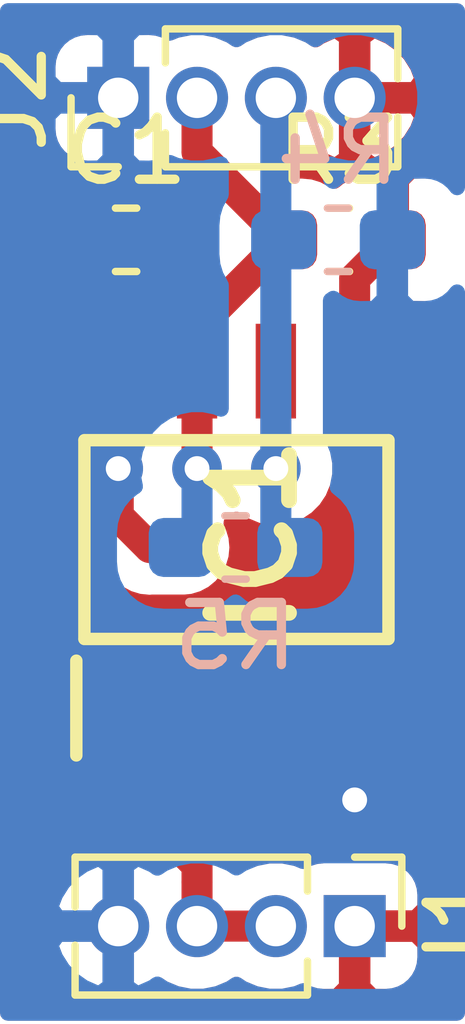
<source format=kicad_pcb>
(kicad_pcb (version 20171130) (host pcbnew "(5.1.5-0-10_14)")

  (general
    (thickness 1.6)
    (drawings 0)
    (tracks 33)
    (zones 0)
    (modules 7)
    (nets 6)
  )

  (page A4)
  (layers
    (0 F.Cu signal)
    (31 B.Cu signal)
    (32 B.Adhes user)
    (33 F.Adhes user)
    (34 B.Paste user hide)
    (35 F.Paste user)
    (36 B.SilkS user hide)
    (37 F.SilkS user hide)
    (38 B.Mask user hide)
    (39 F.Mask user hide)
    (40 Dwgs.User user)
    (41 Cmts.User user)
    (42 Eco1.User user)
    (43 Eco2.User user)
    (44 Edge.Cuts user)
    (45 Margin user)
    (46 B.CrtYd user hide)
    (47 F.CrtYd user)
    (48 B.Fab user hide)
    (49 F.Fab user hide)
  )

  (setup
    (last_trace_width 0.5)
    (user_trace_width 0.5)
    (user_trace_width 0.75)
    (trace_clearance 0.2)
    (zone_clearance 0.508)
    (zone_45_only no)
    (trace_min 0.2)
    (via_size 0.8)
    (via_drill 0.4)
    (via_min_size 0.4)
    (via_min_drill 0.3)
    (uvia_size 0.3)
    (uvia_drill 0.1)
    (uvias_allowed no)
    (uvia_min_size 0.2)
    (uvia_min_drill 0.1)
    (edge_width 0.05)
    (segment_width 0.2)
    (pcb_text_width 0.3)
    (pcb_text_size 1.5 1.5)
    (mod_edge_width 0.12)
    (mod_text_size 1 1)
    (mod_text_width 0.15)
    (pad_size 1.524 1.524)
    (pad_drill 0.762)
    (pad_to_mask_clearance 0.051)
    (solder_mask_min_width 0.25)
    (aux_axis_origin 0 0)
    (visible_elements FFFFFF7F)
    (pcbplotparams
      (layerselection 0x010fc_ffffffff)
      (usegerberextensions false)
      (usegerberattributes false)
      (usegerberadvancedattributes false)
      (creategerberjobfile false)
      (excludeedgelayer true)
      (linewidth 0.100000)
      (plotframeref false)
      (viasonmask false)
      (mode 1)
      (useauxorigin false)
      (hpglpennumber 1)
      (hpglpenspeed 20)
      (hpglpendiameter 15.000000)
      (psnegative false)
      (psa4output false)
      (plotreference true)
      (plotvalue true)
      (plotinvisibletext false)
      (padsonsilk false)
      (subtractmaskfromsilk false)
      (outputformat 1)
      (mirror false)
      (drillshape 1)
      (scaleselection 1)
      (outputdirectory ""))
  )

  (net 0 "")
  (net 1 +5V)
  (net 2 GND)
  (net 3 "Net-(IC1-Pad7)")
  (net 4 "Net-(IC1-Pad6)")
  (net 5 "Net-(IC1-Pad1)")

  (net_class Default "Dies ist die voreingestellte Netzklasse."
    (clearance 0.2)
    (trace_width 0.25)
    (via_dia 0.8)
    (via_drill 0.4)
    (uvia_dia 0.3)
    (uvia_drill 0.1)
    (add_net +5V)
    (add_net GND)
    (add_net "Net-(IC1-Pad1)")
    (add_net "Net-(IC1-Pad6)")
    (add_net "Net-(IC1-Pad7)")
  )

  (module MAX485ESA+T:SOIC127P600X175-8N (layer F.Cu) (tedit 5F887A95) (tstamp 5F88C4BA)
    (at 15.748 20.574 90)
    (descr "8 SO")
    (tags "Integrated Circuit")
    (path /646DCA8A)
    (attr smd)
    (fp_text reference IC1 (at 0.059999 0.272999 90) (layer F.SilkS)
      (effects (font (size 1.27 1.27) (thickness 0.254)))
    )
    (fp_text value MAX485ESA+T (at 0 0 90) (layer F.SilkS) hide
      (effects (font (size 1.27 1.27) (thickness 0.254)))
    )
    (fp_line (start -3.475 -2.58) (end -1.95 -2.58) (layer F.SilkS) (width 0.2))
    (fp_line (start -1.6 2.45) (end -1.6 -2.45) (layer F.SilkS) (width 0.2))
    (fp_line (start 1.6 2.45) (end -1.6 2.45) (layer F.SilkS) (width 0.2))
    (fp_line (start 1.6 -2.45) (end 1.6 2.45) (layer F.SilkS) (width 0.2))
    (fp_line (start -1.6 -2.45) (end 1.6 -2.45) (layer F.SilkS) (width 0.2))
    (fp_line (start -1.95 -1.18) (end -0.68 -2.45) (layer Dwgs.User) (width 0.1))
    (fp_line (start -1.95 2.45) (end -1.95 -2.45) (layer Dwgs.User) (width 0.1))
    (fp_line (start 1.95 2.45) (end -1.95 2.45) (layer Dwgs.User) (width 0.1))
    (fp_line (start 1.95 -2.45) (end 1.95 2.45) (layer Dwgs.User) (width 0.1))
    (fp_line (start -1.95 -2.45) (end 1.95 -2.45) (layer Dwgs.User) (width 0.1))
    (fp_line (start -3.725 2.75) (end -3.725 -2.75) (layer Dwgs.User) (width 0.05))
    (fp_line (start 3.725 2.75) (end -3.725 2.75) (layer Dwgs.User) (width 0.05))
    (fp_line (start 3.725 -2.75) (end 3.725 2.75) (layer Dwgs.User) (width 0.05))
    (fp_line (start -3.725 -2.75) (end 3.725 -2.75) (layer Dwgs.User) (width 0.05))
    (pad 8 smd rect (at 2.712 -1.905 180) (size 0.65 1.525) (layers F.Cu F.Paste F.Mask)
      (net 1 +5V))
    (pad 7 smd rect (at 2.712 -0.635 180) (size 0.65 1.525) (layers F.Cu F.Paste F.Mask)
      (net 3 "Net-(IC1-Pad7)"))
    (pad 6 smd rect (at 2.712 0.635 180) (size 0.65 1.525) (layers F.Cu F.Paste F.Mask)
      (net 4 "Net-(IC1-Pad6)"))
    (pad 5 smd rect (at 2.712 1.905 180) (size 0.65 1.525) (layers F.Cu F.Paste F.Mask)
      (net 2 GND))
    (pad 4 smd rect (at -2.712 1.905 180) (size 0.65 1.525) (layers F.Cu F.Paste F.Mask)
      (net 1 +5V))
    (pad 3 smd rect (at -2.712 0.635 180) (size 0.65 1.525) (layers F.Cu F.Paste F.Mask)
      (net 2 GND))
    (pad 2 smd rect (at -2.712 -0.635 180) (size 0.65 1.525) (layers F.Cu F.Paste F.Mask)
      (net 2 GND))
    (pad 1 smd rect (at -2.712 -1.905 180) (size 0.65 1.525) (layers F.Cu F.Paste F.Mask)
      (net 5 "Net-(IC1-Pad1)"))
  )

  (module Resistor_SMD:R_0603_1608Metric_Pad1.05x0.95mm_HandSolder (layer B.Cu) (tedit 5B301BBD) (tstamp 5F88C543)
    (at 15.734 20.701)
    (descr "Resistor SMD 0603 (1608 Metric), square (rectangular) end terminal, IPC_7351 nominal with elongated pad for handsoldering. (Body size source: http://www.tortai-tech.com/upload/download/2011102023233369053.pdf), generated with kicad-footprint-generator")
    (tags "resistor handsolder")
    (path /5F8908CE)
    (attr smd)
    (fp_text reference R5 (at 0 1.43) (layer B.SilkS)
      (effects (font (size 1 1) (thickness 0.15)) (justify mirror))
    )
    (fp_text value R120 (at 0 -1.43) (layer B.Fab)
      (effects (font (size 1 1) (thickness 0.15)) (justify mirror))
    )
    (fp_text user %R (at 0 0) (layer B.Fab)
      (effects (font (size 0.4 0.4) (thickness 0.06)) (justify mirror))
    )
    (fp_line (start 1.65 -0.73) (end -1.65 -0.73) (layer B.CrtYd) (width 0.05))
    (fp_line (start 1.65 0.73) (end 1.65 -0.73) (layer B.CrtYd) (width 0.05))
    (fp_line (start -1.65 0.73) (end 1.65 0.73) (layer B.CrtYd) (width 0.05))
    (fp_line (start -1.65 -0.73) (end -1.65 0.73) (layer B.CrtYd) (width 0.05))
    (fp_line (start -0.171267 -0.51) (end 0.171267 -0.51) (layer B.SilkS) (width 0.12))
    (fp_line (start -0.171267 0.51) (end 0.171267 0.51) (layer B.SilkS) (width 0.12))
    (fp_line (start 0.8 -0.4) (end -0.8 -0.4) (layer B.Fab) (width 0.1))
    (fp_line (start 0.8 0.4) (end 0.8 -0.4) (layer B.Fab) (width 0.1))
    (fp_line (start -0.8 0.4) (end 0.8 0.4) (layer B.Fab) (width 0.1))
    (fp_line (start -0.8 -0.4) (end -0.8 0.4) (layer B.Fab) (width 0.1))
    (pad 2 smd roundrect (at 0.875 0) (size 1.05 0.95) (layers B.Cu B.Paste B.Mask) (roundrect_rratio 0.25)
      (net 4 "Net-(IC1-Pad6)"))
    (pad 1 smd roundrect (at -0.875 0) (size 1.05 0.95) (layers B.Cu B.Paste B.Mask) (roundrect_rratio 0.25)
      (net 3 "Net-(IC1-Pad7)"))
    (model ${KISYS3DMOD}/Resistor_SMD.3dshapes/R_0603_1608Metric.wrl
      (at (xyz 0 0 0))
      (scale (xyz 1 1 1))
      (rotate (xyz 0 0 0))
    )
  )

  (module Resistor_SMD:R_0603_1608Metric_Pad1.05x0.95mm_HandSolder (layer B.Cu) (tedit 5B301BBD) (tstamp 5F88C532)
    (at 17.385 15.748 180)
    (descr "Resistor SMD 0603 (1608 Metric), square (rectangular) end terminal, IPC_7351 nominal with elongated pad for handsoldering. (Body size source: http://www.tortai-tech.com/upload/download/2011102023233369053.pdf), generated with kicad-footprint-generator")
    (tags "resistor handsolder")
    (path /5F88C099)
    (attr smd)
    (fp_text reference R4 (at 0 1.43) (layer B.SilkS)
      (effects (font (size 1 1) (thickness 0.15)) (justify mirror))
    )
    (fp_text value R20k (at 0 -1.43) (layer B.Fab)
      (effects (font (size 1 1) (thickness 0.15)) (justify mirror))
    )
    (fp_text user %R (at 0 0) (layer B.Fab)
      (effects (font (size 0.4 0.4) (thickness 0.06)) (justify mirror))
    )
    (fp_line (start 1.65 -0.73) (end -1.65 -0.73) (layer B.CrtYd) (width 0.05))
    (fp_line (start 1.65 0.73) (end 1.65 -0.73) (layer B.CrtYd) (width 0.05))
    (fp_line (start -1.65 0.73) (end 1.65 0.73) (layer B.CrtYd) (width 0.05))
    (fp_line (start -1.65 -0.73) (end -1.65 0.73) (layer B.CrtYd) (width 0.05))
    (fp_line (start -0.171267 -0.51) (end 0.171267 -0.51) (layer B.SilkS) (width 0.12))
    (fp_line (start -0.171267 0.51) (end 0.171267 0.51) (layer B.SilkS) (width 0.12))
    (fp_line (start 0.8 -0.4) (end -0.8 -0.4) (layer B.Fab) (width 0.1))
    (fp_line (start 0.8 0.4) (end 0.8 -0.4) (layer B.Fab) (width 0.1))
    (fp_line (start -0.8 0.4) (end 0.8 0.4) (layer B.Fab) (width 0.1))
    (fp_line (start -0.8 -0.4) (end -0.8 0.4) (layer B.Fab) (width 0.1))
    (pad 2 smd roundrect (at 0.875 0 180) (size 1.05 0.95) (layers B.Cu B.Paste B.Mask) (roundrect_rratio 0.25)
      (net 4 "Net-(IC1-Pad6)"))
    (pad 1 smd roundrect (at -0.875 0 180) (size 1.05 0.95) (layers B.Cu B.Paste B.Mask) (roundrect_rratio 0.25)
      (net 1 +5V))
    (model ${KISYS3DMOD}/Resistor_SMD.3dshapes/R_0603_1608Metric.wrl
      (at (xyz 0 0 0))
      (scale (xyz 1 1 1))
      (rotate (xyz 0 0 0))
    )
  )

  (module Resistor_SMD:R_0603_1608Metric_Pad1.05x0.95mm_HandSolder (layer F.Cu) (tedit 5B301BBD) (tstamp 5F88C521)
    (at 17.399 15.748)
    (descr "Resistor SMD 0603 (1608 Metric), square (rectangular) end terminal, IPC_7351 nominal with elongated pad for handsoldering. (Body size source: http://www.tortai-tech.com/upload/download/2011102023233369053.pdf), generated with kicad-footprint-generator")
    (tags "resistor handsolder")
    (path /5F88D188)
    (attr smd)
    (fp_text reference R3 (at 0 -1.43) (layer F.SilkS)
      (effects (font (size 1 1) (thickness 0.15)))
    )
    (fp_text value R20k (at 0 1.43) (layer F.Fab)
      (effects (font (size 1 1) (thickness 0.15)))
    )
    (fp_text user %R (at 0 0) (layer F.Fab)
      (effects (font (size 0.4 0.4) (thickness 0.06)))
    )
    (fp_line (start 1.65 0.73) (end -1.65 0.73) (layer F.CrtYd) (width 0.05))
    (fp_line (start 1.65 -0.73) (end 1.65 0.73) (layer F.CrtYd) (width 0.05))
    (fp_line (start -1.65 -0.73) (end 1.65 -0.73) (layer F.CrtYd) (width 0.05))
    (fp_line (start -1.65 0.73) (end -1.65 -0.73) (layer F.CrtYd) (width 0.05))
    (fp_line (start -0.171267 0.51) (end 0.171267 0.51) (layer F.SilkS) (width 0.12))
    (fp_line (start -0.171267 -0.51) (end 0.171267 -0.51) (layer F.SilkS) (width 0.12))
    (fp_line (start 0.8 0.4) (end -0.8 0.4) (layer F.Fab) (width 0.1))
    (fp_line (start 0.8 -0.4) (end 0.8 0.4) (layer F.Fab) (width 0.1))
    (fp_line (start -0.8 -0.4) (end 0.8 -0.4) (layer F.Fab) (width 0.1))
    (fp_line (start -0.8 0.4) (end -0.8 -0.4) (layer F.Fab) (width 0.1))
    (pad 2 smd roundrect (at 0.875 0) (size 1.05 0.95) (layers F.Cu F.Paste F.Mask) (roundrect_rratio 0.25)
      (net 2 GND))
    (pad 1 smd roundrect (at -0.875 0) (size 1.05 0.95) (layers F.Cu F.Paste F.Mask) (roundrect_rratio 0.25)
      (net 3 "Net-(IC1-Pad7)"))
    (model ${KISYS3DMOD}/Resistor_SMD.3dshapes/R_0603_1608Metric.wrl
      (at (xyz 0 0 0))
      (scale (xyz 1 1 1))
      (rotate (xyz 0 0 0))
    )
  )

  (module Connector_PinHeader_1.27mm:PinHeader_1x04_P1.27mm_Vertical (layer F.Cu) (tedit 59FED6E3) (tstamp 5F88C4EE)
    (at 13.843 13.462 90)
    (descr "Through hole straight pin header, 1x04, 1.27mm pitch, single row")
    (tags "Through hole pin header THT 1x04 1.27mm single row")
    (path /646E413C)
    (fp_text reference J2 (at 0 -1.695 90) (layer F.SilkS)
      (effects (font (size 1 1) (thickness 0.15)))
    )
    (fp_text value Screw_Terminal_01x04 (at 0 5.505 90) (layer F.Fab)
      (effects (font (size 1 1) (thickness 0.15)))
    )
    (fp_text user %R (at 0 1.905) (layer F.Fab)
      (effects (font (size 1 1) (thickness 0.15)))
    )
    (fp_line (start 1.55 -1.15) (end -1.55 -1.15) (layer F.CrtYd) (width 0.05))
    (fp_line (start 1.55 4.95) (end 1.55 -1.15) (layer F.CrtYd) (width 0.05))
    (fp_line (start -1.55 4.95) (end 1.55 4.95) (layer F.CrtYd) (width 0.05))
    (fp_line (start -1.55 -1.15) (end -1.55 4.95) (layer F.CrtYd) (width 0.05))
    (fp_line (start -1.11 -0.76) (end 0 -0.76) (layer F.SilkS) (width 0.12))
    (fp_line (start -1.11 0) (end -1.11 -0.76) (layer F.SilkS) (width 0.12))
    (fp_line (start 0.563471 0.76) (end 1.11 0.76) (layer F.SilkS) (width 0.12))
    (fp_line (start -1.11 0.76) (end -0.563471 0.76) (layer F.SilkS) (width 0.12))
    (fp_line (start 1.11 0.76) (end 1.11 4.505) (layer F.SilkS) (width 0.12))
    (fp_line (start -1.11 0.76) (end -1.11 4.505) (layer F.SilkS) (width 0.12))
    (fp_line (start 0.30753 4.505) (end 1.11 4.505) (layer F.SilkS) (width 0.12))
    (fp_line (start -1.11 4.505) (end -0.30753 4.505) (layer F.SilkS) (width 0.12))
    (fp_line (start -1.05 -0.11) (end -0.525 -0.635) (layer F.Fab) (width 0.1))
    (fp_line (start -1.05 4.445) (end -1.05 -0.11) (layer F.Fab) (width 0.1))
    (fp_line (start 1.05 4.445) (end -1.05 4.445) (layer F.Fab) (width 0.1))
    (fp_line (start 1.05 -0.635) (end 1.05 4.445) (layer F.Fab) (width 0.1))
    (fp_line (start -0.525 -0.635) (end 1.05 -0.635) (layer F.Fab) (width 0.1))
    (pad 4 thru_hole oval (at 0 3.81 90) (size 1 1) (drill 0.65) (layers *.Cu *.Mask)
      (net 2 GND))
    (pad 3 thru_hole oval (at 0 2.54 90) (size 1 1) (drill 0.65) (layers *.Cu *.Mask)
      (net 4 "Net-(IC1-Pad6)"))
    (pad 2 thru_hole oval (at 0 1.27 90) (size 1 1) (drill 0.65) (layers *.Cu *.Mask)
      (net 3 "Net-(IC1-Pad7)"))
    (pad 1 thru_hole rect (at 0 0 90) (size 1 1) (drill 0.65) (layers *.Cu *.Mask)
      (net 1 +5V))
    (model ${KISYS3DMOD}/Connector_PinHeader_1.27mm.3dshapes/PinHeader_1x04_P1.27mm_Vertical.wrl
      (at (xyz 0 0 0))
      (scale (xyz 1 1 1))
      (rotate (xyz 0 0 0))
    )
  )

  (module Connector_PinHeader_1.27mm:PinHeader_1x04_P1.27mm_Vertical (layer F.Cu) (tedit 59FED6E3) (tstamp 5F88C4D4)
    (at 17.653 26.797 270)
    (descr "Through hole straight pin header, 1x04, 1.27mm pitch, single row")
    (tags "Through hole pin header THT 1x04 1.27mm single row")
    (path /646E5607)
    (fp_text reference J1 (at 0 -1.695 90) (layer F.SilkS)
      (effects (font (size 1 1) (thickness 0.15)))
    )
    (fp_text value Screw_Terminal_01x04 (at 0 5.505 90) (layer F.Fab)
      (effects (font (size 1 1) (thickness 0.15)))
    )
    (fp_text user %R (at 0 1.905) (layer F.Fab)
      (effects (font (size 1 1) (thickness 0.15)))
    )
    (fp_line (start 1.55 -1.15) (end -1.55 -1.15) (layer F.CrtYd) (width 0.05))
    (fp_line (start 1.55 4.95) (end 1.55 -1.15) (layer F.CrtYd) (width 0.05))
    (fp_line (start -1.55 4.95) (end 1.55 4.95) (layer F.CrtYd) (width 0.05))
    (fp_line (start -1.55 -1.15) (end -1.55 4.95) (layer F.CrtYd) (width 0.05))
    (fp_line (start -1.11 -0.76) (end 0 -0.76) (layer F.SilkS) (width 0.12))
    (fp_line (start -1.11 0) (end -1.11 -0.76) (layer F.SilkS) (width 0.12))
    (fp_line (start 0.563471 0.76) (end 1.11 0.76) (layer F.SilkS) (width 0.12))
    (fp_line (start -1.11 0.76) (end -0.563471 0.76) (layer F.SilkS) (width 0.12))
    (fp_line (start 1.11 0.76) (end 1.11 4.505) (layer F.SilkS) (width 0.12))
    (fp_line (start -1.11 0.76) (end -1.11 4.505) (layer F.SilkS) (width 0.12))
    (fp_line (start 0.30753 4.505) (end 1.11 4.505) (layer F.SilkS) (width 0.12))
    (fp_line (start -1.11 4.505) (end -0.30753 4.505) (layer F.SilkS) (width 0.12))
    (fp_line (start -1.05 -0.11) (end -0.525 -0.635) (layer F.Fab) (width 0.1))
    (fp_line (start -1.05 4.445) (end -1.05 -0.11) (layer F.Fab) (width 0.1))
    (fp_line (start 1.05 4.445) (end -1.05 4.445) (layer F.Fab) (width 0.1))
    (fp_line (start 1.05 -0.635) (end 1.05 4.445) (layer F.Fab) (width 0.1))
    (fp_line (start -0.525 -0.635) (end 1.05 -0.635) (layer F.Fab) (width 0.1))
    (pad 4 thru_hole oval (at 0 3.81 270) (size 1 1) (drill 0.65) (layers *.Cu *.Mask)
      (net 1 +5V))
    (pad 3 thru_hole oval (at 0 2.54 270) (size 1 1) (drill 0.65) (layers *.Cu *.Mask)
      (net 5 "Net-(IC1-Pad1)"))
    (pad 2 thru_hole oval (at 0 1.27 270) (size 1 1) (drill 0.65) (layers *.Cu *.Mask)
      (net 5 "Net-(IC1-Pad1)"))
    (pad 1 thru_hole rect (at 0 0 270) (size 1 1) (drill 0.65) (layers *.Cu *.Mask)
      (net 2 GND))
    (model ${KISYS3DMOD}/Connector_PinHeader_1.27mm.3dshapes/PinHeader_1x04_P1.27mm_Vertical.wrl
      (at (xyz 0 0 0))
      (scale (xyz 1 1 1))
      (rotate (xyz 0 0 0))
    )
  )

  (module Capacitor_SMD:C_0603_1608Metric_Pad1.05x0.95mm_HandSolder (layer F.Cu) (tedit 5B301BBE) (tstamp 5F88C4A0)
    (at 13.97 15.748)
    (descr "Capacitor SMD 0603 (1608 Metric), square (rectangular) end terminal, IPC_7351 nominal with elongated pad for handsoldering. (Body size source: http://www.tortai-tech.com/upload/download/2011102023233369053.pdf), generated with kicad-footprint-generator")
    (tags "capacitor handsolder")
    (path /646E2BDE)
    (attr smd)
    (fp_text reference C1 (at 0 -1.43 180) (layer F.SilkS)
      (effects (font (size 1 1) (thickness 0.15)))
    )
    (fp_text value C100n (at 0 1.43 180) (layer F.Fab)
      (effects (font (size 1 1) (thickness 0.15)))
    )
    (fp_text user %R (at 0 0 180) (layer F.Fab)
      (effects (font (size 0.4 0.4) (thickness 0.06)))
    )
    (fp_line (start 1.65 0.73) (end -1.65 0.73) (layer F.CrtYd) (width 0.05))
    (fp_line (start 1.65 -0.73) (end 1.65 0.73) (layer F.CrtYd) (width 0.05))
    (fp_line (start -1.65 -0.73) (end 1.65 -0.73) (layer F.CrtYd) (width 0.05))
    (fp_line (start -1.65 0.73) (end -1.65 -0.73) (layer F.CrtYd) (width 0.05))
    (fp_line (start -0.171267 0.51) (end 0.171267 0.51) (layer F.SilkS) (width 0.12))
    (fp_line (start -0.171267 -0.51) (end 0.171267 -0.51) (layer F.SilkS) (width 0.12))
    (fp_line (start 0.8 0.4) (end -0.8 0.4) (layer F.Fab) (width 0.1))
    (fp_line (start 0.8 -0.4) (end 0.8 0.4) (layer F.Fab) (width 0.1))
    (fp_line (start -0.8 -0.4) (end 0.8 -0.4) (layer F.Fab) (width 0.1))
    (fp_line (start -0.8 0.4) (end -0.8 -0.4) (layer F.Fab) (width 0.1))
    (pad 2 smd roundrect (at 0.875 0) (size 1.05 0.95) (layers F.Cu F.Paste F.Mask) (roundrect_rratio 0.25)
      (net 1 +5V))
    (pad 1 smd roundrect (at -0.875 0) (size 1.05 0.95) (layers F.Cu F.Paste F.Mask) (roundrect_rratio 0.25)
      (net 2 GND))
    (model ${KISYS3DMOD}/Capacitor_SMD.3dshapes/C_0603_1608Metric.wrl
      (at (xyz 0 0 0))
      (scale (xyz 1 1 1))
      (rotate (xyz 0 0 0))
    )
  )

  (via (at 13.843 19.431) (size 0.8) (drill 0.4) (layers F.Cu B.Cu) (net 1))
  (segment (start 13.843 19.431) (end 13.843 17.862) (width 0.5) (layer F.Cu) (net 1))
  (segment (start 14.348 20.701) (end 13.843 20.196) (width 0.5) (layer F.Cu) (net 1))
  (segment (start 14.873 20.701) (end 14.348 20.701) (width 0.5) (layer F.Cu) (net 1))
  (segment (start 13.843 20.196) (end 13.843 19.431) (width 0.5) (layer F.Cu) (net 1))
  (via (at 15.113 19.431) (size 0.8) (drill 0.4) (layers F.Cu B.Cu) (net 3))
  (segment (start 15.113 20.447) (end 14.859 20.701) (width 0.5) (layer B.Cu) (net 3))
  (segment (start 15.113 19.431) (end 15.113 20.447) (width 0.5) (layer B.Cu) (net 3))
  (segment (start 15.113 19.431) (end 15.113 17.862) (width 0.5) (layer F.Cu) (net 3))
  (segment (start 14.986 13.589) (end 15.113 13.462) (width 0.5) (layer F.Cu) (net 3))
  (via (at 16.383 19.431) (size 0.8) (drill 0.4) (layers F.Cu B.Cu) (net 4))
  (segment (start 16.383 20.475) (end 16.609 20.701) (width 0.5) (layer B.Cu) (net 4))
  (segment (start 16.383 19.431) (end 16.383 20.475) (width 0.5) (layer B.Cu) (net 4))
  (segment (start 16.383 19.431) (end 16.383 17.862) (width 0.5) (layer F.Cu) (net 4))
  (segment (start 16.383 15.621) (end 16.51 15.748) (width 0.5) (layer B.Cu) (net 4))
  (segment (start 16.383 13.462) (end 16.383 15.621) (width 0.5) (layer B.Cu) (net 4))
  (via (at 17.653 24.765) (size 0.8) (drill 0.4) (layers F.Cu B.Cu) (net 1))
  (segment (start 17.653 24.765) (end 17.653 23.286) (width 0.5) (layer F.Cu) (net 1))
  (segment (start 13.843 16.75) (end 14.845 15.748) (width 0.5) (layer F.Cu) (net 1))
  (segment (start 13.843 17.862) (end 13.843 16.75) (width 0.5) (layer F.Cu) (net 1))
  (segment (start 17.653 16.369) (end 18.274 15.748) (width 0.5) (layer F.Cu) (net 2))
  (segment (start 17.653 17.862) (end 17.653 16.369) (width 0.5) (layer F.Cu) (net 2))
  (segment (start 15.113 17.159) (end 16.524 15.748) (width 0.5) (layer F.Cu) (net 3))
  (segment (start 15.113 17.862) (end 15.113 17.159) (width 0.5) (layer F.Cu) (net 3))
  (segment (start 15.113 14.337) (end 15.113 13.462) (width 0.5) (layer F.Cu) (net 3))
  (segment (start 16.524 15.748) (end 15.113 14.337) (width 0.5) (layer F.Cu) (net 3))
  (segment (start 16.383 15.875) (end 16.51 15.748) (width 0.5) (layer B.Cu) (net 4))
  (segment (start 16.383 19.431) (end 16.383 15.875) (width 0.5) (layer B.Cu) (net 4))
  (segment (start 15.113 26.089894) (end 15.113 26.797) (width 0.5) (layer F.Cu) (net 5))
  (segment (start 15.113 25.8185) (end 15.113 26.089894) (width 0.5) (layer F.Cu) (net 5))
  (segment (start 13.843 24.5485) (end 15.113 25.8185) (width 0.5) (layer F.Cu) (net 5))
  (segment (start 13.843 23.286) (end 13.843 24.5485) (width 0.5) (layer F.Cu) (net 5))
  (segment (start 15.113 26.797) (end 16.383 26.797) (width 0.5) (layer F.Cu) (net 5))

  (zone (net 2) (net_name GND) (layer F.Cu) (tstamp 5F8AD9E9) (hatch edge 0.508)
    (priority 1)
    (connect_pads (clearance 0.508))
    (min_thickness 0.254)
    (fill yes (arc_segments 32) (thermal_gap 0.508) (thermal_bridge_width 0.508))
    (polygon
      (pts
        (xy 19.431 28.321) (xy 11.938 28.321) (xy 11.938 11.938) (xy 19.431 11.938)
      )
    )
    (filled_polygon
      (pts
        (xy 19.304 28.194) (xy 12.065 28.194) (xy 12.065 26.685212) (xy 12.708 26.685212) (xy 12.708 26.908788)
        (xy 12.751617 27.128067) (xy 12.837176 27.334624) (xy 12.961388 27.52052) (xy 13.11948 27.678612) (xy 13.305376 27.802824)
        (xy 13.511933 27.888383) (xy 13.731212 27.932) (xy 13.954788 27.932) (xy 14.174067 27.888383) (xy 14.380624 27.802824)
        (xy 14.478 27.737759) (xy 14.575376 27.802824) (xy 14.781933 27.888383) (xy 15.001212 27.932) (xy 15.224788 27.932)
        (xy 15.444067 27.888383) (xy 15.650624 27.802824) (xy 15.748 27.737759) (xy 15.845376 27.802824) (xy 16.051933 27.888383)
        (xy 16.271212 27.932) (xy 16.494788 27.932) (xy 16.714067 27.888383) (xy 16.825774 27.842112) (xy 16.90882 27.886502)
        (xy 17.028518 27.922812) (xy 17.153 27.935072) (xy 17.36725 27.932) (xy 17.526 27.77325) (xy 17.526 26.924)
        (xy 17.78 26.924) (xy 17.78 27.77325) (xy 17.93875 27.932) (xy 18.153 27.935072) (xy 18.277482 27.922812)
        (xy 18.39718 27.886502) (xy 18.507494 27.827537) (xy 18.604185 27.748185) (xy 18.683537 27.651494) (xy 18.742502 27.54118)
        (xy 18.778812 27.421482) (xy 18.791072 27.297) (xy 18.788 27.08275) (xy 18.62925 26.924) (xy 17.78 26.924)
        (xy 17.526 26.924) (xy 17.514974 26.924) (xy 17.518 26.908788) (xy 17.518 26.685212) (xy 17.514974 26.67)
        (xy 17.526 26.67) (xy 17.526 26.65) (xy 17.78 26.65) (xy 17.78 26.67) (xy 18.62925 26.67)
        (xy 18.788 26.51125) (xy 18.791072 26.297) (xy 18.778812 26.172518) (xy 18.742502 26.05282) (xy 18.683537 25.942506)
        (xy 18.604185 25.845815) (xy 18.507494 25.766463) (xy 18.39718 25.707498) (xy 18.277482 25.671188) (xy 18.174869 25.661082)
        (xy 18.312774 25.568937) (xy 18.456937 25.424774) (xy 18.570205 25.255256) (xy 18.648226 25.066898) (xy 18.688 24.866939)
        (xy 18.688 24.663061) (xy 18.648226 24.463102) (xy 18.571785 24.278559) (xy 18.603812 24.172982) (xy 18.616072 24.0485)
        (xy 18.616072 22.5235) (xy 18.603812 22.399018) (xy 18.567502 22.27932) (xy 18.508537 22.169006) (xy 18.429185 22.072315)
        (xy 18.332494 21.992963) (xy 18.22218 21.933998) (xy 18.102482 21.897688) (xy 17.978 21.885428) (xy 17.328 21.885428)
        (xy 17.203518 21.897688) (xy 17.08382 21.933998) (xy 17.018 21.96918) (xy 16.95218 21.933998) (xy 16.832482 21.897688)
        (xy 16.708 21.885428) (xy 16.66875 21.8885) (xy 16.51 22.04725) (xy 16.51 23.159) (xy 16.53 23.159)
        (xy 16.53 23.413) (xy 16.51 23.413) (xy 16.51 24.52475) (xy 16.623029 24.637779) (xy 16.618 24.663061)
        (xy 16.618 24.866939) (xy 16.657774 25.066898) (xy 16.735795 25.255256) (xy 16.849063 25.424774) (xy 16.993226 25.568937)
        (xy 17.131131 25.661082) (xy 17.028518 25.671188) (xy 16.90882 25.707498) (xy 16.825774 25.751888) (xy 16.714067 25.705617)
        (xy 16.494788 25.662) (xy 16.271212 25.662) (xy 16.051933 25.705617) (xy 15.993546 25.729802) (xy 15.985195 25.64501)
        (xy 15.934589 25.478187) (xy 15.852411 25.324441) (xy 15.741817 25.189683) (xy 15.70805 25.161971) (xy 15.229578 24.6835)
        (xy 15.240002 24.6835) (xy 15.240002 24.524752) (xy 15.39875 24.6835) (xy 15.438 24.686572) (xy 15.562482 24.674312)
        (xy 15.68218 24.638002) (xy 15.748 24.60282) (xy 15.81382 24.638002) (xy 15.933518 24.674312) (xy 16.058 24.686572)
        (xy 16.09725 24.6835) (xy 16.256 24.52475) (xy 16.256 23.413) (xy 15.24 23.413) (xy 15.24 23.433)
        (xy 14.986 23.433) (xy 14.986 23.413) (xy 14.966 23.413) (xy 14.966 23.159) (xy 14.986 23.159)
        (xy 14.986 22.04725) (xy 15.24 22.04725) (xy 15.24 23.159) (xy 16.256 23.159) (xy 16.256 22.04725)
        (xy 16.09725 21.8885) (xy 16.058 21.885428) (xy 15.933518 21.897688) (xy 15.81382 21.933998) (xy 15.748 21.96918)
        (xy 15.68218 21.933998) (xy 15.562482 21.897688) (xy 15.438 21.885428) (xy 15.39875 21.8885) (xy 15.24 22.04725)
        (xy 14.986 22.04725) (xy 14.82725 21.8885) (xy 14.788 21.885428) (xy 14.663518 21.897688) (xy 14.54382 21.933998)
        (xy 14.478 21.96918) (xy 14.41218 21.933998) (xy 14.292482 21.897688) (xy 14.168 21.885428) (xy 13.518 21.885428)
        (xy 13.393518 21.897688) (xy 13.27382 21.933998) (xy 13.163506 21.992963) (xy 13.066815 22.072315) (xy 12.987463 22.169006)
        (xy 12.928498 22.27932) (xy 12.892188 22.399018) (xy 12.879928 22.5235) (xy 12.879928 24.0485) (xy 12.892188 24.172982)
        (xy 12.928498 24.29268) (xy 12.958001 24.347875) (xy 12.958001 24.505022) (xy 12.953719 24.5485) (xy 12.970805 24.72199)
        (xy 13.021412 24.888813) (xy 13.10359 25.042559) (xy 13.186468 25.143546) (xy 13.186471 25.143549) (xy 13.214184 25.177317)
        (xy 13.247951 25.205029) (xy 13.709283 25.666362) (xy 13.511933 25.705617) (xy 13.305376 25.791176) (xy 13.11948 25.915388)
        (xy 12.961388 26.07348) (xy 12.837176 26.259376) (xy 12.751617 26.465933) (xy 12.708 26.685212) (xy 12.065 26.685212)
        (xy 12.065 16.608611) (xy 12.118815 16.674185) (xy 12.215506 16.753537) (xy 12.32582 16.812502) (xy 12.445518 16.848812)
        (xy 12.57 16.861072) (xy 12.80925 16.858) (xy 12.957703 16.709547) (xy 12.953719 16.75) (xy 12.958001 16.793478)
        (xy 12.958001 16.800125) (xy 12.928498 16.85532) (xy 12.892188 16.975018) (xy 12.879928 17.0995) (xy 12.879928 18.6245)
        (xy 12.892188 18.748982) (xy 12.928498 18.86868) (xy 12.948697 18.906469) (xy 12.925795 18.940744) (xy 12.847774 19.129102)
        (xy 12.808 19.329061) (xy 12.808 19.532939) (xy 12.847774 19.732898) (xy 12.925795 19.921256) (xy 12.958 19.969454)
        (xy 12.958 20.152531) (xy 12.953719 20.196) (xy 12.958 20.239469) (xy 12.958 20.239476) (xy 12.970805 20.369489)
        (xy 13.021411 20.536312) (xy 13.103589 20.690058) (xy 13.214183 20.824817) (xy 13.247956 20.852534) (xy 13.691466 21.296044)
        (xy 13.719183 21.329817) (xy 13.853941 21.440411) (xy 14.007687 21.522589) (xy 14.17451 21.573195) (xy 14.304523 21.586)
        (xy 14.304531 21.586) (xy 14.348 21.590281) (xy 14.391469 21.586) (xy 14.916477 21.586) (xy 15.04649 21.573195)
        (xy 15.213313 21.522589) (xy 15.367059 21.440411) (xy 15.501817 21.329817) (xy 15.612411 21.195059) (xy 15.694589 21.041313)
        (xy 15.745195 20.87449) (xy 15.762282 20.701) (xy 15.745195 20.52751) (xy 15.694589 20.360687) (xy 15.665638 20.306523)
        (xy 15.748 20.25149) (xy 15.892744 20.348205) (xy 16.081102 20.426226) (xy 16.281061 20.466) (xy 16.484939 20.466)
        (xy 16.684898 20.426226) (xy 16.873256 20.348205) (xy 17.042774 20.234937) (xy 17.186937 20.090774) (xy 17.300205 19.921256)
        (xy 17.378226 19.732898) (xy 17.418 19.532939) (xy 17.418 19.329061) (xy 17.398039 19.228711) (xy 17.526 19.10075)
        (xy 17.526 17.989) (xy 17.78 17.989) (xy 17.78 19.10075) (xy 17.93875 19.2595) (xy 17.978 19.262572)
        (xy 18.102482 19.250312) (xy 18.22218 19.214002) (xy 18.332494 19.155037) (xy 18.429185 19.075685) (xy 18.508537 18.978994)
        (xy 18.567502 18.86868) (xy 18.603812 18.748982) (xy 18.616072 18.6245) (xy 18.613 18.14775) (xy 18.45425 17.989)
        (xy 17.78 17.989) (xy 17.526 17.989) (xy 17.506 17.989) (xy 17.506 17.735) (xy 17.526 17.735)
        (xy 17.526 17.715) (xy 17.78 17.715) (xy 17.78 17.735) (xy 18.45425 17.735) (xy 18.613 17.57625)
        (xy 18.616072 17.0995) (xy 18.603812 16.975018) (xy 18.568348 16.85811) (xy 18.799 16.861072) (xy 18.923482 16.848812)
        (xy 19.04318 16.812502) (xy 19.153494 16.753537) (xy 19.250185 16.674185) (xy 19.304 16.608611)
      )
    )
    (filled_polygon
      (pts
        (xy 19.304 14.887389) (xy 19.250185 14.821815) (xy 19.153494 14.742463) (xy 19.04318 14.683498) (xy 18.923482 14.647188)
        (xy 18.799 14.634928) (xy 18.55975 14.638) (xy 18.401 14.79675) (xy 18.401 15.621) (xy 18.421 15.621)
        (xy 18.421 15.875) (xy 18.401 15.875) (xy 18.401 15.895) (xy 18.147 15.895) (xy 18.147 15.875)
        (xy 18.127 15.875) (xy 18.127 15.621) (xy 18.147 15.621) (xy 18.147 14.79675) (xy 17.98825 14.638)
        (xy 17.749 14.634928) (xy 17.624518 14.647188) (xy 17.50482 14.683498) (xy 17.394506 14.742463) (xy 17.321839 14.802099)
        (xy 17.297942 14.782488) (xy 17.146567 14.701577) (xy 16.982316 14.651752) (xy 16.8115 14.634928) (xy 16.662507 14.634928)
        (xy 16.603045 14.575466) (xy 16.714067 14.553383) (xy 16.920624 14.467824) (xy 17.022658 14.399647) (xy 17.092794 14.449123)
        (xy 17.296136 14.539446) (xy 17.351126 14.556119) (xy 17.526 14.429954) (xy 17.526 13.589) (xy 17.78 13.589)
        (xy 17.78 14.429954) (xy 17.954874 14.556119) (xy 18.009864 14.539446) (xy 18.213206 14.449123) (xy 18.39502 14.320865)
        (xy 18.548318 14.159601) (xy 18.66721 13.971529) (xy 18.747126 13.763876) (xy 18.622129 13.589) (xy 17.78 13.589)
        (xy 17.526 13.589) (xy 17.514974 13.589) (xy 17.518 13.573788) (xy 17.518 13.350212) (xy 17.514974 13.335)
        (xy 17.526 13.335) (xy 17.526 12.494046) (xy 17.78 12.494046) (xy 17.78 13.335) (xy 18.622129 13.335)
        (xy 18.747126 13.160124) (xy 18.66721 12.952471) (xy 18.548318 12.764399) (xy 18.39502 12.603135) (xy 18.213206 12.474877)
        (xy 18.009864 12.384554) (xy 17.954874 12.367881) (xy 17.78 12.494046) (xy 17.526 12.494046) (xy 17.351126 12.367881)
        (xy 17.296136 12.384554) (xy 17.092794 12.474877) (xy 17.022658 12.524353) (xy 16.920624 12.456176) (xy 16.714067 12.370617)
        (xy 16.494788 12.327) (xy 16.271212 12.327) (xy 16.051933 12.370617) (xy 15.845376 12.456176) (xy 15.748 12.521241)
        (xy 15.650624 12.456176) (xy 15.444067 12.370617) (xy 15.224788 12.327) (xy 15.001212 12.327) (xy 14.781933 12.370617)
        (xy 14.670226 12.416888) (xy 14.58718 12.372498) (xy 14.467482 12.336188) (xy 14.343 12.323928) (xy 13.343 12.323928)
        (xy 13.218518 12.336188) (xy 13.09882 12.372498) (xy 12.988506 12.431463) (xy 12.891815 12.510815) (xy 12.812463 12.607506)
        (xy 12.753498 12.71782) (xy 12.717188 12.837518) (xy 12.704928 12.962) (xy 12.704928 13.962) (xy 12.717188 14.086482)
        (xy 12.753498 14.20618) (xy 12.812463 14.316494) (xy 12.891815 14.413185) (xy 12.988506 14.492537) (xy 13.09882 14.551502)
        (xy 13.218518 14.587812) (xy 13.343 14.600072) (xy 14.26798 14.600072) (xy 14.291411 14.677312) (xy 14.292948 14.680187)
        (xy 14.222433 14.701577) (xy 14.071058 14.782488) (xy 14.047161 14.802099) (xy 13.974494 14.742463) (xy 13.86418 14.683498)
        (xy 13.744482 14.647188) (xy 13.62 14.634928) (xy 13.38075 14.638) (xy 13.222 14.79675) (xy 13.222 15.621)
        (xy 13.242 15.621) (xy 13.242 15.875) (xy 13.222 15.875) (xy 13.222 15.895) (xy 12.968 15.895)
        (xy 12.968 15.875) (xy 12.948 15.875) (xy 12.948 15.621) (xy 12.968 15.621) (xy 12.968 14.79675)
        (xy 12.80925 14.638) (xy 12.57 14.634928) (xy 12.445518 14.647188) (xy 12.32582 14.683498) (xy 12.215506 14.742463)
        (xy 12.118815 14.821815) (xy 12.065 14.887389) (xy 12.065 12.065) (xy 19.304 12.065)
      )
    )
  )
  (zone (net 1) (net_name +5V) (layer B.Cu) (tstamp 5F8AD9E6) (hatch edge 0.508)
    (priority 1)
    (connect_pads (clearance 0.508))
    (min_thickness 0.254)
    (fill yes (arc_segments 32) (thermal_gap 0.508) (thermal_bridge_width 0.508))
    (polygon
      (pts
        (xy 19.431 28.321) (xy 11.938 28.321) (xy 11.938 11.938) (xy 19.431 11.938)
      )
    )
    (filled_polygon
      (pts
        (xy 19.304 14.904448) (xy 19.236185 14.821815) (xy 19.139494 14.742463) (xy 19.02918 14.683498) (xy 18.909482 14.647188)
        (xy 18.785 14.634928) (xy 18.54575 14.638) (xy 18.387 14.79675) (xy 18.387 15.621) (xy 18.407 15.621)
        (xy 18.407 15.875) (xy 18.387 15.875) (xy 18.387 16.69925) (xy 18.54575 16.858) (xy 18.785 16.861072)
        (xy 18.909482 16.848812) (xy 19.02918 16.812502) (xy 19.139494 16.753537) (xy 19.236185 16.674185) (xy 19.304 16.591552)
        (xy 19.304 28.194) (xy 12.065 28.194) (xy 12.065 27.098876) (xy 12.748874 27.098876) (xy 12.82879 27.306529)
        (xy 12.947682 27.494601) (xy 13.10098 27.655865) (xy 13.282794 27.784123) (xy 13.486136 27.874446) (xy 13.541126 27.891119)
        (xy 13.716 27.764954) (xy 13.716 26.924) (xy 12.873871 26.924) (xy 12.748874 27.098876) (xy 12.065 27.098876)
        (xy 12.065 26.495124) (xy 12.748874 26.495124) (xy 12.873871 26.67) (xy 13.716 26.67) (xy 13.716 25.829046)
        (xy 13.97 25.829046) (xy 13.97 26.67) (xy 13.981026 26.67) (xy 13.978 26.685212) (xy 13.978 26.908788)
        (xy 13.981026 26.924) (xy 13.97 26.924) (xy 13.97 27.764954) (xy 14.144874 27.891119) (xy 14.199864 27.874446)
        (xy 14.403206 27.784123) (xy 14.473342 27.734647) (xy 14.575376 27.802824) (xy 14.781933 27.888383) (xy 15.001212 27.932)
        (xy 15.224788 27.932) (xy 15.444067 27.888383) (xy 15.650624 27.802824) (xy 15.748 27.737759) (xy 15.845376 27.802824)
        (xy 16.051933 27.888383) (xy 16.271212 27.932) (xy 16.494788 27.932) (xy 16.714067 27.888383) (xy 16.825774 27.842112)
        (xy 16.90882 27.886502) (xy 17.028518 27.922812) (xy 17.153 27.935072) (xy 18.153 27.935072) (xy 18.277482 27.922812)
        (xy 18.39718 27.886502) (xy 18.507494 27.827537) (xy 18.604185 27.748185) (xy 18.683537 27.651494) (xy 18.742502 27.54118)
        (xy 18.778812 27.421482) (xy 18.791072 27.297) (xy 18.791072 26.297) (xy 18.778812 26.172518) (xy 18.742502 26.05282)
        (xy 18.683537 25.942506) (xy 18.604185 25.845815) (xy 18.507494 25.766463) (xy 18.39718 25.707498) (xy 18.277482 25.671188)
        (xy 18.153 25.658928) (xy 17.153 25.658928) (xy 17.028518 25.671188) (xy 16.90882 25.707498) (xy 16.825774 25.751888)
        (xy 16.714067 25.705617) (xy 16.494788 25.662) (xy 16.271212 25.662) (xy 16.051933 25.705617) (xy 15.845376 25.791176)
        (xy 15.748 25.856241) (xy 15.650624 25.791176) (xy 15.444067 25.705617) (xy 15.224788 25.662) (xy 15.001212 25.662)
        (xy 14.781933 25.705617) (xy 14.575376 25.791176) (xy 14.473342 25.859353) (xy 14.403206 25.809877) (xy 14.199864 25.719554)
        (xy 14.144874 25.702881) (xy 13.97 25.829046) (xy 13.716 25.829046) (xy 13.541126 25.702881) (xy 13.486136 25.719554)
        (xy 13.282794 25.809877) (xy 13.10098 25.938135) (xy 12.947682 26.099399) (xy 12.82879 26.287471) (xy 12.748874 26.495124)
        (xy 12.065 26.495124) (xy 12.065 20.4635) (xy 13.695928 20.4635) (xy 13.695928 20.9385) (xy 13.712752 21.109316)
        (xy 13.762577 21.273567) (xy 13.843488 21.424942) (xy 13.952377 21.557623) (xy 14.085058 21.666512) (xy 14.236433 21.747423)
        (xy 14.400684 21.797248) (xy 14.5715 21.814072) (xy 15.1465 21.814072) (xy 15.317316 21.797248) (xy 15.481567 21.747423)
        (xy 15.632942 21.666512) (xy 15.734 21.583575) (xy 15.835058 21.666512) (xy 15.986433 21.747423) (xy 16.150684 21.797248)
        (xy 16.3215 21.814072) (xy 16.8965 21.814072) (xy 17.067316 21.797248) (xy 17.231567 21.747423) (xy 17.382942 21.666512)
        (xy 17.515623 21.557623) (xy 17.624512 21.424942) (xy 17.705423 21.273567) (xy 17.755248 21.109316) (xy 17.772072 20.9385)
        (xy 17.772072 20.4635) (xy 17.755248 20.292684) (xy 17.705423 20.128433) (xy 17.624512 19.977058) (xy 17.515623 19.844377)
        (xy 17.382942 19.735488) (xy 17.378203 19.732955) (xy 17.378226 19.732898) (xy 17.418 19.532939) (xy 17.418 19.329061)
        (xy 17.378226 19.129102) (xy 17.300205 18.940744) (xy 17.268 18.892546) (xy 17.268 16.722033) (xy 17.283942 16.713512)
        (xy 17.307839 16.693901) (xy 17.380506 16.753537) (xy 17.49082 16.812502) (xy 17.610518 16.848812) (xy 17.735 16.861072)
        (xy 17.97425 16.858) (xy 18.133 16.69925) (xy 18.133 15.875) (xy 18.113 15.875) (xy 18.113 15.621)
        (xy 18.133 15.621) (xy 18.133 14.79675) (xy 17.97425 14.638) (xy 17.735 14.634928) (xy 17.610518 14.647188)
        (xy 17.49082 14.683498) (xy 17.380506 14.742463) (xy 17.307839 14.802099) (xy 17.283942 14.782488) (xy 17.268 14.773967)
        (xy 17.268 14.531043) (xy 17.321933 14.553383) (xy 17.541212 14.597) (xy 17.764788 14.597) (xy 17.984067 14.553383)
        (xy 18.190624 14.467824) (xy 18.37652 14.343612) (xy 18.534612 14.18552) (xy 18.658824 13.999624) (xy 18.744383 13.793067)
        (xy 18.788 13.573788) (xy 18.788 13.350212) (xy 18.744383 13.130933) (xy 18.658824 12.924376) (xy 18.534612 12.73848)
        (xy 18.37652 12.580388) (xy 18.190624 12.456176) (xy 17.984067 12.370617) (xy 17.764788 12.327) (xy 17.541212 12.327)
        (xy 17.321933 12.370617) (xy 17.115376 12.456176) (xy 17.018 12.521241) (xy 16.920624 12.456176) (xy 16.714067 12.370617)
        (xy 16.494788 12.327) (xy 16.271212 12.327) (xy 16.051933 12.370617) (xy 15.845376 12.456176) (xy 15.748 12.521241)
        (xy 15.650624 12.456176) (xy 15.444067 12.370617) (xy 15.224788 12.327) (xy 15.001212 12.327) (xy 14.781933 12.370617)
        (xy 14.670226 12.416888) (xy 14.58718 12.372498) (xy 14.467482 12.336188) (xy 14.343 12.323928) (xy 14.12875 12.327)
        (xy 13.97 12.48575) (xy 13.97 13.335) (xy 13.981026 13.335) (xy 13.978 13.350212) (xy 13.978 13.573788)
        (xy 13.981026 13.589) (xy 13.97 13.589) (xy 13.97 14.43825) (xy 14.12875 14.597) (xy 14.343 14.600072)
        (xy 14.467482 14.587812) (xy 14.58718 14.551502) (xy 14.670226 14.507112) (xy 14.781933 14.553383) (xy 15.001212 14.597)
        (xy 15.224788 14.597) (xy 15.444067 14.553383) (xy 15.498 14.531043) (xy 15.498001 15.019778) (xy 15.494488 15.024058)
        (xy 15.413577 15.175433) (xy 15.363752 15.339684) (xy 15.346928 15.5105) (xy 15.346928 15.9855) (xy 15.363752 16.156316)
        (xy 15.413577 16.320567) (xy 15.494488 16.471942) (xy 15.498001 16.476222) (xy 15.498 18.470196) (xy 15.414898 18.435774)
        (xy 15.214939 18.396) (xy 15.011061 18.396) (xy 14.811102 18.435774) (xy 14.622744 18.513795) (xy 14.453226 18.627063)
        (xy 14.309063 18.771226) (xy 14.195795 18.940744) (xy 14.117774 19.129102) (xy 14.078 19.329061) (xy 14.078 19.532939)
        (xy 14.115096 19.719433) (xy 14.085058 19.735488) (xy 13.952377 19.844377) (xy 13.843488 19.977058) (xy 13.762577 20.128433)
        (xy 13.712752 20.292684) (xy 13.695928 20.4635) (xy 12.065 20.4635) (xy 12.065 13.962) (xy 12.704928 13.962)
        (xy 12.717188 14.086482) (xy 12.753498 14.20618) (xy 12.812463 14.316494) (xy 12.891815 14.413185) (xy 12.988506 14.492537)
        (xy 13.09882 14.551502) (xy 13.218518 14.587812) (xy 13.343 14.600072) (xy 13.55725 14.597) (xy 13.716 14.43825)
        (xy 13.716 13.589) (xy 12.86675 13.589) (xy 12.708 13.74775) (xy 12.704928 13.962) (xy 12.065 13.962)
        (xy 12.065 12.962) (xy 12.704928 12.962) (xy 12.708 13.17625) (xy 12.86675 13.335) (xy 13.716 13.335)
        (xy 13.716 12.48575) (xy 13.55725 12.327) (xy 13.343 12.323928) (xy 13.218518 12.336188) (xy 13.09882 12.372498)
        (xy 12.988506 12.431463) (xy 12.891815 12.510815) (xy 12.812463 12.607506) (xy 12.753498 12.71782) (xy 12.717188 12.837518)
        (xy 12.704928 12.962) (xy 12.065 12.962) (xy 12.065 12.065) (xy 19.304 12.065)
      )
    )
  )
)

</source>
